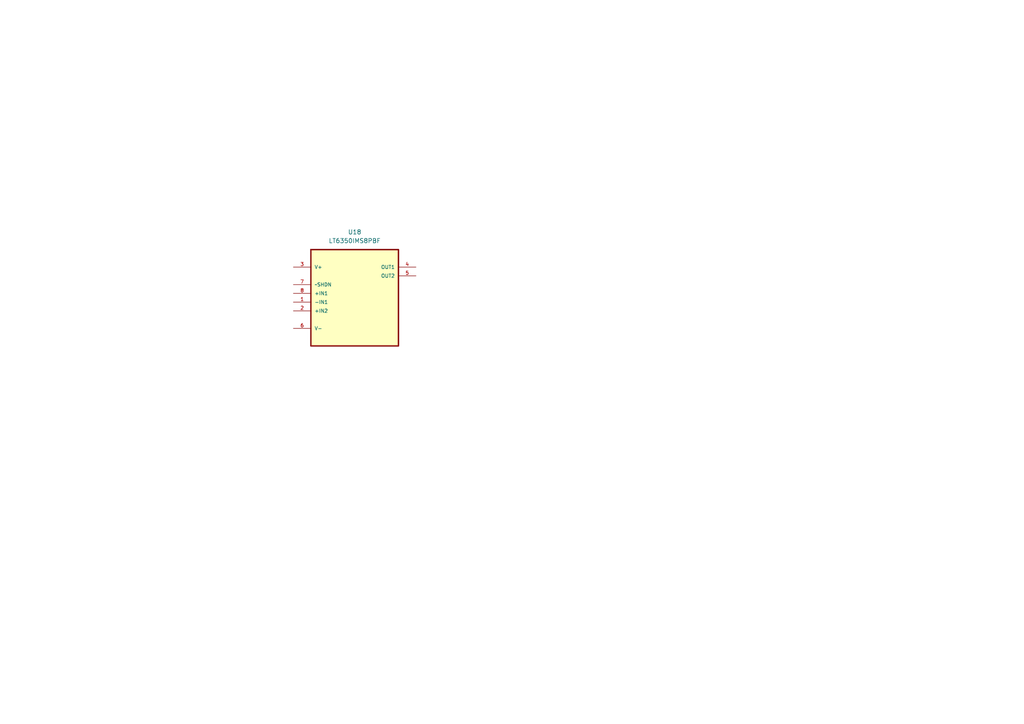
<source format=kicad_sch>
(kicad_sch (version 20231120) (generator "eeschema") (generator_version "8.0")
  (paper "A4")
  (lib_symbols
    (symbol "LT6350IMS8PBF:LT6350IMS8PBF" (pin_names (offset 1.016))
      (property "Reference" "U" (at -4.8318 12.9949 0))
      (property "Value" "LT6350IMS8PBF" (at -5.7983 -22.8369 0))
      (symbol "LT6350IMS8PBF_0_0"
        (rectangle (start -12.7 -17.78) (end 12.7 10.16) (stroke (width 0.4064)) (fill (type background)))
        (pin input line (at -17.78 -5.08 0) (length 5.08) (name "-IN1") (number "1"))
        (pin input line (at -17.78 -7.62 0) (length 5.08) (name "+IN2") (number "2"))
        (pin power_in line (at -17.78 5.08 0) (length 5.08) (name "V+") (number "3"))
        (pin output line (at 17.78 5.08 180) (length 5.08) (name "OUT1") (number "4"))
        (pin output line (at 17.78 2.54 180) (length 5.08) (name "OUT2") (number "5"))
        (pin power_in line (at -17.78 -12.7 0) (length 5.08) (name "V-") (number "6"))
        (pin input line (at -17.78 0 0) (length 5.08) (name "~SHDN") (number "7"))
        (pin input line (at -17.78 -2.54 0) (length 5.08) (name "+IN1") (number "8"))
      )
    )
  )
  (symbol (lib_id "LT6350IMS8PBF:LT6350IMS8PBF") (at 102.87 82.55 0) (unit 1)
    (property "Reference" "U18" (at 102.87 67.31 0))
    (property "Value" "LT6350IMS8PBF" (at 102.87 69.85 0))
    (property "Footprint" "LT6350IMS8PBF:SOP65P490X110-8N" (effects (hide yes)))
    (property "MF" "Analog Devices" (effects (hide yes)))
    (property "Description_1" "\n                        \n                            LT6350 - Low Noise Single-Ended to Differential Converter/ADC Driver\n                        \n" (effects (hide yes)))
    (property "PACKAGE" "MSOP-8" (effects (hide yes)))
    (property "MPN" "LT6350IMS8#PBF" (effects (hide yes)))
    (property "Price" "None" (effects (hide yes)))
    (property "Package" "MSOP-8 Hittite Microwave" (effects (hide yes)))
    (property "OC_FARNELL" "-" (effects (hide yes)))
    (property "SnapEDA_Link" "https://www.snapeda.com/parts/LT6350IMS8%23PBF/Analog+Devices/view-part/?ref=snap" (effects (hide yes)))
    (property "MP" "LT6350IMS8#PBF" (effects (hide yes)))
    (property "SUPPLIER" "Linear Technology" (effects (hide yes)))
    (property "OC_NEWARK" "78R8480" (effects (hide yes)))
    (property "Availability" "In Stock" (effects (hide yes)))
    (property "Check_prices" "https://www.snapeda.com/parts/LT6350IMS8%23PBF/Analog+Devices/view-part/?ref=eda" (effects (hide yes)))
  )
)
</source>
